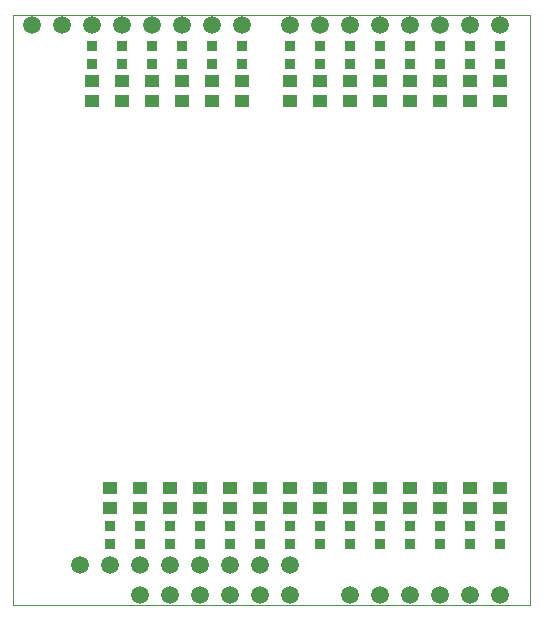
<source format=gts>
G75*
G70*
%OFA0B0*%
%FSLAX24Y24*%
%IPPOS*%
%LPD*%
%AMOC8*
5,1,8,0,0,1.08239X$1,22.5*
%
%ADD10C,0.0000*%
%ADD11R,0.0473X0.0434*%
%ADD12R,0.0355X0.0355*%
%ADD13C,0.0590*%
D10*
X011436Y001147D02*
X011436Y020827D01*
X028686Y020827D01*
X028686Y001147D01*
X011436Y001147D01*
D11*
X014686Y004402D03*
X014686Y005071D03*
X015686Y005071D03*
X015686Y004402D03*
X016686Y004402D03*
X016686Y005071D03*
X017686Y005071D03*
X017686Y004402D03*
X018686Y004402D03*
X018686Y005071D03*
X019686Y005071D03*
X019686Y004402D03*
X020686Y004402D03*
X020686Y005071D03*
X021686Y005071D03*
X021686Y004402D03*
X022686Y004402D03*
X022686Y005071D03*
X023686Y005071D03*
X023686Y004402D03*
X024686Y004402D03*
X024686Y005071D03*
X025686Y005071D03*
X025686Y004402D03*
X026686Y004402D03*
X026686Y005071D03*
X027686Y005071D03*
X027686Y004402D03*
X027686Y017952D03*
X027686Y018621D03*
X026686Y018621D03*
X026686Y017952D03*
X025686Y017952D03*
X025686Y018621D03*
X024686Y018621D03*
X024686Y017952D03*
X023686Y017952D03*
X023686Y018621D03*
X022686Y018621D03*
X022686Y017952D03*
X021686Y017952D03*
X021686Y018621D03*
X020686Y018621D03*
X020686Y017952D03*
X019086Y017952D03*
X019086Y018621D03*
X018086Y018621D03*
X018086Y017952D03*
X017086Y017952D03*
X017086Y018621D03*
X016086Y018621D03*
X016086Y017952D03*
X015086Y017952D03*
X015086Y018621D03*
X014086Y018621D03*
X014086Y017952D03*
D12*
X014086Y019191D03*
X014086Y019782D03*
X015086Y019782D03*
X015086Y019191D03*
X016086Y019191D03*
X016086Y019782D03*
X017086Y019782D03*
X017086Y019191D03*
X018086Y019191D03*
X018086Y019782D03*
X019086Y019782D03*
X019086Y019191D03*
X020686Y019191D03*
X020686Y019782D03*
X021686Y019782D03*
X021686Y019191D03*
X022686Y019191D03*
X022686Y019782D03*
X023686Y019782D03*
X023686Y019191D03*
X024686Y019191D03*
X024686Y019782D03*
X025686Y019782D03*
X025686Y019191D03*
X026686Y019191D03*
X026686Y019782D03*
X027686Y019782D03*
X027686Y019191D03*
X027686Y003782D03*
X027686Y003191D03*
X026686Y003191D03*
X026686Y003782D03*
X025686Y003782D03*
X025686Y003191D03*
X024686Y003191D03*
X024686Y003782D03*
X023686Y003782D03*
X023686Y003191D03*
X022686Y003191D03*
X022686Y003782D03*
X021686Y003782D03*
X021686Y003191D03*
X020686Y003191D03*
X020686Y003782D03*
X019686Y003782D03*
X019686Y003191D03*
X018686Y003191D03*
X018686Y003782D03*
X017686Y003782D03*
X017686Y003191D03*
X016686Y003191D03*
X016686Y003782D03*
X015686Y003782D03*
X015686Y003191D03*
X014686Y003191D03*
X014686Y003782D03*
D13*
X014686Y002487D03*
X013686Y002487D03*
X015686Y002487D03*
X016686Y002487D03*
X017686Y002487D03*
X018686Y002487D03*
X019686Y002487D03*
X020686Y002487D03*
X020686Y001487D03*
X019686Y001487D03*
X018686Y001487D03*
X017686Y001487D03*
X016686Y001487D03*
X015686Y001487D03*
X022686Y001487D03*
X023686Y001487D03*
X024686Y001487D03*
X025686Y001487D03*
X026686Y001487D03*
X027686Y001487D03*
X027686Y020487D03*
X026686Y020487D03*
X025686Y020487D03*
X024686Y020487D03*
X023686Y020487D03*
X022686Y020487D03*
X021686Y020487D03*
X020686Y020487D03*
X019086Y020487D03*
X018086Y020487D03*
X017086Y020487D03*
X016086Y020487D03*
X015086Y020487D03*
X014086Y020487D03*
X013086Y020487D03*
X012086Y020487D03*
M02*

</source>
